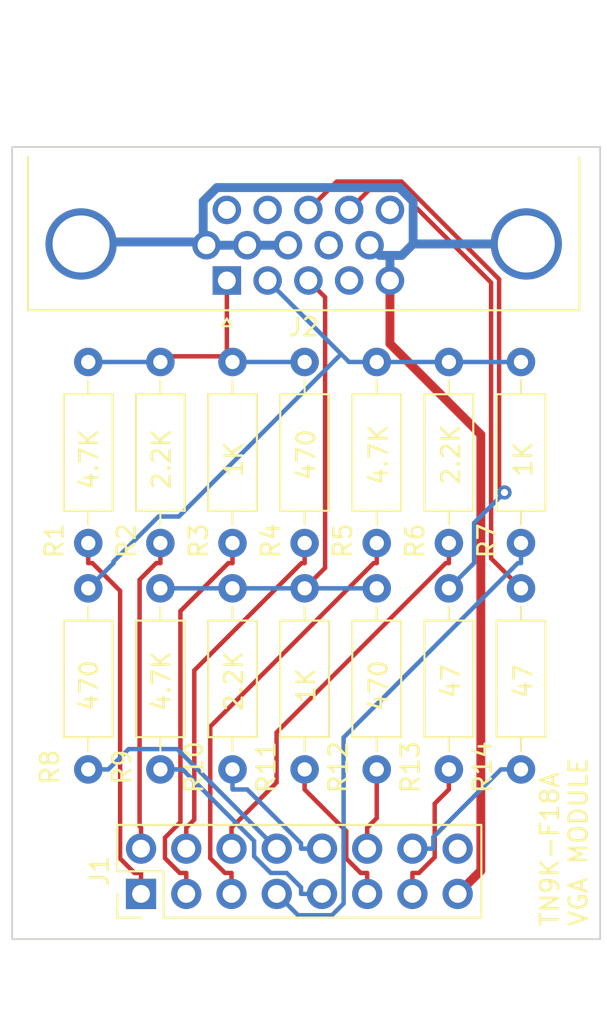
<source format=kicad_pcb>
(kicad_pcb (version 20221018) (generator pcbnew)
  (layers (0 "F.Cu" signal) (31 "B.Cu" signal) (34 "B.Paste" user) (35 "F.Paste" user) (36 "B.SilkS" user "B.Silkscreen") (37 "F.SilkS" user "F.Silkscreen") (38 "B.Mask" user) (39 "F.Mask" user) (44 "Edge.Cuts" user))
  (net 0 "")
  (net 1 "RED")
  (net 2 "GND")
  (net 3 "VS_3V3")
  (net 4 "GREEN")
  (net 5 "BLUE")
  (net 10 "VSYNC")
  (net 11 "HSYNC")
  (net 12 "R2_3V3")
  (net 13 "R3_3V3")
  (net 15 "VCC")
  (net 16 "B0_3V3")
  (net 17 "B1_3V3")
  (net 18 "B2_3V3")
  (net 19 "B3_3V3")
  (net 20 "HS_3V3")
  (net 21 "R0_3V3")
  (net 22 "R1_3V3")
  (net 23 "G0_3V3")
  (net 24 "G1_3V3")
  (net 25 "G2_3V3")
  (net 26 "G3_3V3")
  (footprint "Resistor_THT:R_Axial_DIN0207_L6.3mm_D2.5mm_P10.16mm_Horizontal" (layer "F.Cu") (at 180.975 69.215 -90)
    (fp_text reference "R14" (at 10.033 2.159 90) (layer "F.SilkS"))
    (fp_text value "47")
    (fp_line (start 1.04 0) (end 1.81 0) (stroke (width 0.12)) (layer "F.SilkS"))
    (fp_line (start 1.81 -1.37) (end 1.81 1.37) (stroke (width 0.12)) (layer "F.SilkS"))
    (fp_line (start 1.81 1.37) (end 8.35 1.37) (stroke (width 0.12)) (layer "F.SilkS"))
    (fp_line (start 8.35 -1.37) (end 1.81 -1.37) (stroke (width 0.12)) (layer "F.SilkS"))
    (fp_line (start 8.35 1.37) (end 8.35 -1.37) (stroke (width 0.12)) (layer "F.SilkS"))
    (fp_line (start 9.12 0) (end 8.35 0) (stroke (width 0.12)) (layer "F.SilkS"))
    (pad "1" thru_hole circle (at 0 0 270) (size 1.6 1.6) (drill 0.8) (layers "*.Cu" "*.Mask") (net 10 "VSYNC"))
    (pad "2" thru_hole oval (at 10.16 0 270) (size 1.6 1.6) (drill 0.8) (layers "*.Cu" "*.Mask") (net 3 "VS_3V3"))
  )
  (footprint "Resistor_THT:R_Axial_DIN0207_L6.3mm_D2.5mm_P10.16mm_Horizontal" (layer "F.Cu") (at 156.675 69.215 -90)
    (fp_text reference "R8" (at 10.033 2.159 90) (layer "F.SilkS"))
    (fp_text value "470")
    (fp_line (start 1.04 0) (end 1.81 0) (stroke (width 0.12)) (layer "F.SilkS"))
    (fp_line (start 1.81 -1.37) (end 1.81 1.37) (stroke (width 0.12)) (layer "F.SilkS"))
    (fp_line (start 1.81 1.37) (end 8.35 1.37) (stroke (width 0.12)) (layer "F.SilkS"))
    (fp_line (start 8.35 -1.37) (end 1.81 -1.37) (stroke (width 0.12)) (layer "F.SilkS"))
    (fp_line (start 8.35 1.37) (end 8.35 -1.37) (stroke (width 0.12)) (layer "F.SilkS"))
    (fp_line (start 9.12 0) (end 8.35 0) (stroke (width 0.12)) (layer "F.SilkS"))
    (pad "1" thru_hole circle (at 0 0 270) (size 1.6 1.6) (drill 0.8) (layers "*.Cu" "*.Mask") (net 4 "GREEN"))
    (pad "2" thru_hole oval (at 10.16 0 270) (size 1.6 1.6) (drill 0.8) (layers "*.Cu" "*.Mask") (net 26 "G3_3V3"))
  )
  (footprint "Resistor_THT:R_Axial_DIN0207_L6.3mm_D2.5mm_P10.16mm_Horizontal" (layer "F.Cu") (at 176.925 69.215 -90)
    (fp_text reference "R13" (at 10.033 2.159 90) (layer "F.SilkS"))
    (fp_text value "47")
    (fp_line (start 1.04 0) (end 1.81 0) (stroke (width 0.12)) (layer "F.SilkS"))
    (fp_line (start 1.81 -1.37) (end 1.81 1.37) (stroke (width 0.12)) (layer "F.SilkS"))
    (fp_line (start 1.81 1.37) (end 8.35 1.37) (stroke (width 0.12)) (layer "F.SilkS"))
    (fp_line (start 8.35 -1.37) (end 1.81 -1.37) (stroke (width 0.12)) (layer "F.SilkS"))
    (fp_line (start 8.35 1.37) (end 8.35 -1.37) (stroke (width 0.12)) (layer "F.SilkS"))
    (fp_line (start 9.12 0) (end 8.35 0) (stroke (width 0.12)) (layer "F.SilkS"))
    (pad "1" thru_hole circle (at 0 0 270) (size 1.6 1.6) (drill 0.8) (layers "*.Cu" "*.Mask") (net 11 "HSYNC"))
    (pad "2" thru_hole oval (at 10.16 0 270) (size 1.6 1.6) (drill 0.8) (layers "*.Cu" "*.Mask") (net 20 "HS_3V3"))
  )
  (footprint "Resistor_THT:R_Axial_DIN0207_L6.3mm_D2.5mm_P10.16mm_Horizontal" (layer "F.Cu") (at 156.675 56.515 -90)
    (fp_text reference "R1" (at 10.033 1.905 90) (layer "F.SilkS"))
    (fp_text value "4.7K")
    (fp_line (start 1.04 0) (end 1.81 0) (stroke (width 0.12)) (layer "F.SilkS"))
    (fp_line (start 1.81 -1.37) (end 1.81 1.37) (stroke (width 0.12)) (layer "F.SilkS"))
    (fp_line (start 1.81 1.37) (end 8.35 1.37) (stroke (width 0.12)) (layer "F.SilkS"))
    (fp_line (start 8.35 -1.37) (end 1.81 -1.37) (stroke (width 0.12)) (layer "F.SilkS"))
    (fp_line (start 8.35 1.37) (end 8.35 -1.37) (stroke (width 0.12)) (layer "F.SilkS"))
    (fp_line (start 9.12 0) (end 8.35 0) (stroke (width 0.12)) (layer "F.SilkS"))
    (pad "1" thru_hole circle (at 0 0 270) (size 1.6 1.6) (drill 0.8) (layers "*.Cu" "*.Mask") (net 1 "RED"))
    (pad "2" thru_hole oval (at 10.16 0 270) (size 1.6 1.6) (drill 0.8) (layers "*.Cu" "*.Mask") (net 21 "R0_3V3"))
  )
  (footprint "Connector_Dsub:DSUB-15-HD_Female_Horizontal_P2.29x1.98mm_EdgePinOffset3.03mm_Housed_MountingHolesOffset4.94mm" (layer "F.Cu") (at 164.457 51.943 180)
    (fp_text reference "J2" (at -4.315 -2.61) (layer "F.SilkS"))
    (fp_text value "DE15_Receptacle_HighDensity_MountingHoles")
    (fp_line (start -19.8 -1.67) (end 11.17 -1.67) (stroke (width 0.12)) (layer "F.SilkS"))
    (fp_line (start -19.8 6.93) (end -19.8 -1.67) (stroke (width 0.12)) (layer "F.SilkS"))
    (fp_line (start -0.25 -2.564338) (end 0.25 -2.564338) (stroke (width 0.12)) (layer "F.SilkS"))
    (fp_line (start 0 -2.131325) (end -0.25 -2.564338) (stroke (width 0.12)) (layer "F.SilkS"))
    (fp_line (start 0.25 -2.564338) (end 0 -2.131325) (stroke (width 0.12)) (layer "F.SilkS"))
    (fp_line (start 11.17 -1.67) (end 11.17 6.93) (stroke (width 0.12)) (layer "F.SilkS"))
    (pad "0" thru_hole circle (at -16.815 2.05 180) (size 4 4) (drill 3.2) (layers "*.Cu" "*.Mask") (net 2 "GND"))
    (pad "0" thru_hole circle (at 8.185 2.05 180) (size 4 4) (drill 3.2) (layers "*.Cu" "*.Mask") (net 2 "GND"))
    (pad "1" thru_hole rect (at 0 0 180) (size 1.6 1.6) (drill 1) (layers "*.Cu" "*.Mask") (net 1 "RED"))
    (pad "2" thru_hole circle (at -2.29 0 180) (size 1.6 1.6) (drill 1) (layers "*.Cu" "*.Mask") (net 4 "GREEN"))
    (pad "3" thru_hole circle (at -4.58 0 180) (size 1.6 1.6) (drill 1) (layers "*.Cu" "*.Mask") (net 5 "BLUE"))
    (pad "4" thru_hole circle (at -6.87 0 180) (size 1.6 1.6) (drill 1) (layers "*.Cu" "*.Mask"))
    (pad "5" thru_hole circle (at -9.16 0 180) (size 1.6 1.6) (drill 1) (layers "*.Cu" "*.Mask") (net 2 "GND"))
    (pad "6" thru_hole circle (at 1.145 1.98 180) (size 1.6 1.6) (drill 1) (layers "*.Cu" "*.Mask") (net 2 "GND"))
    (pad "7" thru_hole circle (at -1.145 1.98 180) (size 1.6 1.6) (drill 1) (layers "*.Cu" "*.Mask") (net 2 "GND"))
    (pad "8" thru_hole circle (at -3.435 1.98 180) (size 1.6 1.6) (drill 1) (layers "*.Cu" "*.Mask") (net 2 "GND"))
    (pad "9" thru_hole circle (at -5.725 1.98 180) (size 1.6 1.6) (drill 1) (layers "*.Cu" "*.Mask"))
    (pad "10" thru_hole circle (at -8.015 1.98 180) (size 1.6 1.6) (drill 1) (layers "*.Cu" "*.Mask") (net 2 "GND"))
    (pad "11" thru_hole circle (at 0 3.96 180) (size 1.6 1.6) (drill 1) (layers "*.Cu" "*.Mask"))
    (pad "12" thru_hole circle (at -2.29 3.96 180) (size 1.6 1.6) (drill 1) (layers "*.Cu" "*.Mask"))
    (pad "13" thru_hole circle (at -4.58 3.96 180) (size 1.6 1.6) (drill 1) (layers "*.Cu" "*.Mask") (net 11 "HSYNC"))
    (pad "14" thru_hole circle (at -6.87 3.96 180) (size 1.6 1.6) (drill 1) (layers "*.Cu" "*.Mask") (net 10 "VSYNC"))
    (pad "15" thru_hole circle (at -9.16 3.96 180) (size 1.6 1.6) (drill 1) (layers "*.Cu" "*.Mask"))
  )
  (footprint "Resistor_THT:R_Axial_DIN0207_L6.3mm_D2.5mm_P10.16mm_Horizontal" (layer "F.Cu") (at 168.825 56.515 -90)
    (fp_text reference "R4" (at 10.033 1.905 90) (layer "F.SilkS"))
    (fp_text value "470")
    (fp_line (start 1.04 0) (end 1.81 0) (stroke (width 0.12)) (layer "F.SilkS"))
    (fp_line (start 1.81 -1.37) (end 1.81 1.37) (stroke (width 0.12)) (layer "F.SilkS"))
    (fp_line (start 1.81 1.37) (end 8.35 1.37) (stroke (width 0.12)) (layer "F.SilkS"))
    (fp_line (start 8.35 -1.37) (end 1.81 -1.37) (stroke (width 0.12)) (layer "F.SilkS"))
    (fp_line (start 8.35 1.37) (end 8.35 -1.37) (stroke (width 0.12)) (layer "F.SilkS"))
    (fp_line (start 9.12 0) (end 8.35 0) (stroke (width 0.12)) (layer "F.SilkS"))
    (pad "1" thru_hole circle (at 0 0 270) (size 1.6 1.6) (drill 0.8) (layers "*.Cu" "*.Mask") (net 1 "RED"))
    (pad "2" thru_hole oval (at 10.16 0 270) (size 1.6 1.6) (drill 0.8) (layers "*.Cu" "*.Mask") (net 13 "R3_3V3"))
  )
  (footprint "Resistor_THT:R_Axial_DIN0207_L6.3mm_D2.5mm_P10.16mm_Horizontal" (layer "F.Cu") (at 164.775 69.215 -90)
    (fp_text reference "R10" (at 10.033 2.159 90) (layer "F.SilkS"))
    (fp_text value "2.2K")
    (fp_line (start 1.04 0) (end 1.81 0) (stroke (width 0.12)) (layer "F.SilkS"))
    (fp_line (start 1.81 -1.37) (end 1.81 1.37) (stroke (width 0.12)) (layer "F.SilkS"))
    (fp_line (start 1.81 1.37) (end 8.35 1.37) (stroke (width 0.12)) (layer "F.SilkS"))
    (fp_line (start 8.35 -1.37) (end 1.81 -1.37) (stroke (width 0.12)) (layer "F.SilkS"))
    (fp_line (start 8.35 1.37) (end 8.35 -1.37) (stroke (width 0.12)) (layer "F.SilkS"))
    (fp_line (start 9.12 0) (end 8.35 0) (stroke (width 0.12)) (layer "F.SilkS"))
    (pad "1" thru_hole circle (at 0 0 270) (size 1.6 1.6) (drill 0.8) (layers "*.Cu" "*.Mask") (net 5 "BLUE"))
    (pad "2" thru_hole oval (at 10.16 0 270) (size 1.6 1.6) (drill 0.8) (layers "*.Cu" "*.Mask") (net 17 "B1_3V3"))
  )
  (footprint "Resistor_THT:R_Axial_DIN0207_L6.3mm_D2.5mm_P10.16mm_Horizontal" (layer "F.Cu") (at 180.975 56.515 -90)
    (fp_text reference "R7" (at 10.033 1.905 90) (layer "F.SilkS"))
    (fp_text value "1K")
    (fp_line (start 1.04 0) (end 1.81 0) (stroke (width 0.12)) (layer "F.SilkS"))
    (fp_line (start 1.81 -1.37) (end 1.81 1.37) (stroke (width 0.12)) (layer "F.SilkS"))
    (fp_line (start 1.81 1.37) (end 8.35 1.37) (stroke (width 0.12)) (layer "F.SilkS"))
    (fp_line (start 8.35 -1.37) (end 1.81 -1.37) (stroke (width 0.12)) (layer "F.SilkS"))
    (fp_line (start 8.35 1.37) (end 8.35 -1.37) (stroke (width 0.12)) (layer "F.SilkS"))
    (fp_line (start 9.12 0) (end 8.35 0) (stroke (width 0.12)) (layer "F.SilkS"))
    (pad "1" thru_hole circle (at 0 0 270) (size 1.6 1.6) (drill 0.8) (layers "*.Cu" "*.Mask") (net 4 "GREEN"))
    (pad "2" thru_hole oval (at 10.16 0 270) (size 1.6 1.6) (drill 0.8) (layers "*.Cu" "*.Mask") (net 25 "G2_3V3"))
  )
  (footprint "Resistor_THT:R_Axial_DIN0207_L6.3mm_D2.5mm_P10.16mm_Horizontal" (layer "F.Cu") (at 168.825 69.215 -90)
    (fp_text reference "R11" (at 10.033 2.159 90) (layer "F.SilkS"))
    (fp_text value "1K")
    (fp_line (start 1.04 0) (end 1.81 0) (stroke (width 0.12)) (layer "F.SilkS"))
    (fp_line (start 1.81 -1.37) (end 1.81 1.37) (stroke (width 0.12)) (layer "F.SilkS"))
    (fp_line (start 1.81 1.37) (end 8.35 1.37) (stroke (width 0.12)) (layer "F.SilkS"))
    (fp_line (start 8.35 -1.37) (end 1.81 -1.37) (stroke (width 0.12)) (layer "F.SilkS"))
    (fp_line (start 8.35 1.37) (end 8.35 -1.37) (stroke (width 0.12)) (layer "F.SilkS"))
    (fp_line (start 9.12 0) (end 8.35 0) (stroke (width 0.12)) (layer "F.SilkS"))
    (pad "1" thru_hole circle (at 0 0 270) (size 1.6 1.6) (drill 0.8) (layers "*.Cu" "*.Mask") (net 5 "BLUE"))
    (pad "2" thru_hole oval (at 10.16 0 270) (size 1.6 1.6) (drill 0.8) (layers "*.Cu" "*.Mask") (net 18 "B2_3V3"))
  )
  (footprint "Resistor_THT:R_Axial_DIN0207_L6.3mm_D2.5mm_P10.16mm_Horizontal" (layer "F.Cu") (at 164.775 56.515 -90)
    (fp_text reference "R3" (at 10.033 1.905 90) (layer "F.SilkS"))
    (fp_text value "1K")
    (fp_line (start 1.04 0) (end 1.81 0) (stroke (width 0.12)) (layer "F.SilkS"))
    (fp_line (start 1.81 -1.37) (end 1.81 1.37) (stroke (width 0.12)) (layer "F.SilkS"))
    (fp_line (start 1.81 1.37) (end 8.35 1.37) (stroke (width 0.12)) (layer "F.SilkS"))
    (fp_line (start 8.35 -1.37) (end 1.81 -1.37) (stroke (width 0.12)) (layer "F.SilkS"))
    (fp_line (start 8.35 1.37) (end 8.35 -1.37) (stroke (width 0.12)) (layer "F.SilkS"))
    (fp_line (start 9.12 0) (end 8.35 0) (stroke (width 0.12)) (layer "F.SilkS"))
    (pad "1" thru_hole circle (at 0 0 270) (size 1.6 1.6) (drill 0.8) (layers "*.Cu" "*.Mask") (net 1 "RED"))
    (pad "2" thru_hole oval (at 10.16 0 270) (size 1.6 1.6) (drill 0.8) (layers "*.Cu" "*.Mask") (net 12 "R2_3V3"))
  )
  (footprint "Connector_PinHeader_2.54mm:PinHeader_2x08_P2.54mm_Vertical" (layer "F.Cu") (at 159.639 86.36 90)
    (fp_text reference "J1" (at 1.27 -2.33 90) (layer "F.SilkS"))
    (fp_text value "Conn_02x08_Odd_Even")
    (fp_line (start -1.33 -1.33) (end 0 -1.33) (stroke (width 0.12)) (layer "F.SilkS"))
    (fp_line (start -1.33 0) (end -1.33 -1.33) (stroke (width 0.12)) (layer "F.SilkS"))
    (fp_line (start -1.33 1.27) (end -1.33 19.11) (stroke (width 0.12)) (layer "F.SilkS"))
    (fp_line (start -1.33 1.27) (end 1.27 1.27) (stroke (width 0.12)) (layer "F.SilkS"))
    (fp_line (start -1.33 19.11) (end 3.87 19.11) (stroke (width 0.12)) (layer "F.SilkS"))
    (fp_line (start 1.27 -1.33) (end 3.87 -1.33) (stroke (width 0.12)) (layer "F.SilkS"))
    (fp_line (start 1.27 1.27) (end 1.27 -1.33) (stroke (width 0.12)) (layer "F.SilkS"))
    (fp_line (start 3.87 -1.33) (end 3.87 19.11) (stroke (width 0.12)) (layer "F.SilkS"))
    (pad "1" thru_hole rect (at 0 0 90) (size 1.7 1.7) (drill 1) (layers "*.Cu" "*.Mask") (net 21 "R0_3V3"))
    (pad "2" thru_hole oval (at 2.54 0 90) (size 1.7 1.7) (drill 1) (layers "*.Cu" "*.Mask") (net 22 "R1_3V3"))
    (pad "3" thru_hole oval (at 0 2.54 90) (size 1.7 1.7) (drill 1) (layers "*.Cu" "*.Mask") (net 12 "R2_3V3"))
    (pad "4" thru_hole oval (at 2.54 2.54 90) (size 1.7 1.7) (drill 1) (layers "*.Cu" "*.Mask") (net 13 "R3_3V3"))
    (pad "5" thru_hole oval (at 0 5.08 90) (size 1.7 1.7) (drill 1) (layers "*.Cu" "*.Mask") (net 23 "G0_3V3"))
    (pad "6" thru_hole oval (at 2.54 5.08 90) (size 1.7 1.7) (drill 1) (layers "*.Cu" "*.Mask") (net 24 "G1_3V3"))
    (pad "7" thru_hole oval (at 0 7.62 90) (size 1.7 1.7) (drill 1) (layers "*.Cu" "*.Mask") (net 25 "G2_3V3"))
    (pad "8" thru_hole oval (at 2.54 7.62 90) (size 1.7 1.7) (drill 1) (layers "*.Cu" "*.Mask") (net 26 "G3_3V3"))
    (pad "9" thru_hole oval (at 0 10.16 90) (size 1.7 1.7) (drill 1) (layers "*.Cu" "*.Mask") (net 16 "B0_3V3"))
    (pad "10" thru_hole oval (at 2.54 10.16 90) (size 1.7 1.7) (drill 1) (layers "*.Cu" "*.Mask") (net 17 "B1_3V3"))
    (pad "11" thru_hole oval (at 0 12.7 90) (size 1.7 1.7) (drill 1) (layers "*.Cu" "*.Mask") (net 18 "B2_3V3"))
    (pad "12" thru_hole oval (at 2.54 12.7 90) (size 1.7 1.7) (drill 1) (layers "*.Cu" "*.Mask") (net 19 "B3_3V3"))
    (pad "13" thru_hole oval (at 0 15.24 90) (size 1.7 1.7) (drill 1) (layers "*.Cu" "*.Mask") (net 20 "HS_3V3"))
    (pad "14" thru_hole oval (at 2.54 15.24 90) (size 1.7 1.7) (drill 1) (layers "*.Cu" "*.Mask") (net 3 "VS_3V3"))
    (pad "15" thru_hole oval (at 0 17.78 90) (size 1.7 1.7) (drill 1) (layers "*.Cu" "*.Mask") (net 2 "GND"))
    (pad "16" thru_hole oval (at 2.54 17.78 90) (size 1.7 1.7) (drill 1) (layers "*.Cu" "*.Mask") (net 15 "VCC"))
  )
  (footprint "Resistor_THT:R_Axial_DIN0207_L6.3mm_D2.5mm_P10.16mm_Horizontal" (layer "F.Cu") (at 160.725 69.215 -90)
    (fp_text reference "R9" (at 10.033 2.159 90) (layer "F.SilkS"))
    (fp_text value "4.7K")
    (fp_line (start 1.04 0) (end 1.81 0) (stroke (width 0.12)) (layer "F.SilkS"))
    (fp_line (start 1.81 -1.37) (end 1.81 1.37) (stroke (width 0.12)) (layer "F.SilkS"))
    (fp_line (start 1.81 1.37) (end 8.35 1.37) (stroke (width 0.12)) (layer "F.SilkS"))
    (fp_line (start 8.35 -1.37) (end 1.81 -1.37) (stroke (width 0.12)) (layer "F.SilkS"))
    (fp_line (start 8.35 1.37) (end 8.35 -1.37) (stroke (width 0.12)) (layer "F.SilkS"))
    (fp_line (start 9.12 0) (end 8.35 0) (stroke (width 0.12)) (layer "F.SilkS"))
    (pad "1" thru_hole circle (at 0 0 270) (size 1.6 1.6) (drill 0.8) (layers "*.Cu" "*.Mask") (net 5 "BLUE"))
    (pad "2" thru_hole oval (at 10.16 0 270) (size 1.6 1.6) (drill 0.8) (layers "*.Cu" "*.Mask") (net 16 "B0_3V3"))
  )
  (footprint "Resistor_THT:R_Axial_DIN0207_L6.3mm_D2.5mm_P10.16mm_Horizontal" (layer "F.Cu") (at 172.875 56.515 -90)
    (fp_text reference "R5" (at 10.033 1.905 90) (layer "F.SilkS"))
    (fp_text value "4.7K")
    (fp_line (start 1.04 0) (end 1.81 0) (stroke (width 0.12)) (layer "F.SilkS"))
    (fp_line (start 1.81 -1.37) (end 1.81 1.37) (stroke (width 0.12)) (layer "F.SilkS"))
    (fp_line (start 1.81 1.37) (end 8.35 1.37) (stroke (width 0.12)) (layer "F.SilkS"))
    (fp_line (start 8.35 -1.37) (end 1.81 -1.37) (stroke (width 0.12)) (layer "F.SilkS"))
    (fp_line (start 8.35 1.37) (end 8.35 -1.37) (stroke (width 0.12)) (layer "F.SilkS"))
    (fp_line (start 9.12 0) (end 8.35 0) (stroke (width 0.12)) (layer "F.SilkS"))
    (pad "1" thru_hole circle (at 0 0 270) (size 1.6 1.6) (drill 0.8) (layers "*.Cu" "*.Mask") (net 4 "GREEN"))
    (pad "2" thru_hole oval (at 10.16 0 270) (size 1.6 1.6) (drill 0.8) (layers "*.Cu" "*.Mask") (net 23 "G0_3V3"))
  )
  (footprint "Resistor_THT:R_Axial_DIN0207_L6.3mm_D2.5mm_P10.16mm_Horizontal" (layer "F.Cu") (at 176.925 56.515 -90)
    (fp_text reference "R6" (at 10.033 1.905 90) (layer "F.SilkS"))
    (fp_text value "2.2K")
    (fp_line (start 1.04 0) (end 1.81 0) (stroke (width 0.12)) (layer "F.SilkS"))
    (fp_line (start 1.81 -1.37) (end 1.81 1.37) (stroke (width 0.12)) (layer "F.SilkS"))
    (fp_line (start 1.81 1.37) (end 8.35 1.37) (stroke (width 0.12)) (layer "F.SilkS"))
    (fp_line (start 8.35 -1.37) (end 1.81 -1.37) (stroke (width 0.12)) (layer "F.SilkS"))
    (fp_line (start 8.35 1.37) (end 8.35 -1.37) (stroke (width 0.12)) (layer "F.SilkS"))
    (fp_line (start 9.12 0) (end 8.35 0) (stroke (width 0.12)) (layer "F.SilkS"))
    (pad "1" thru_hole circle (at 0 0 270) (size 1.6 1.6) (drill 0.8) (layers "*.Cu" "*.Mask") (net 4 "GREEN"))
    (pad "2" thru_hole oval (at 10.16 0 270) (size 1.6 1.6) (drill 0.8) (layers "*.Cu" "*.Mask") (net 24 "G1_3V3"))
  )
  (footprint "Resistor_THT:R_Axial_DIN0207_L6.3mm_D2.5mm_P10.16mm_Horizontal" (layer "F.Cu") (at 160.725 56.515 -90)
    (fp_text reference "R2" (at 10.033 1.905 90) (layer "F.SilkS"))
    (fp_text value "2.2K")
    (fp_line (start 1.04 0) (end 1.81 0) (stroke (width 0.12)) (layer "F.SilkS"))
    (fp_line (start 1.81 -1.37) (end 1.81 1.37) (stroke (width 0.12)) (layer "F.SilkS"))
    (fp_line (start 1.81 1.37) (end 8.35 1.37) (stroke (width 0.12)) (layer "F.SilkS"))
    (fp_line (start 8.35 -1.37) (end 1.81 -1.37) (stroke (width 0.12)) (layer "F.SilkS"))
    (fp_line (start 8.35 1.37) (end 8.35 -1.37) (stroke (width 0.12)) (layer "F.SilkS"))
    (fp_line (start 9.12 0) (end 8.35 0) (stroke (width 0.12)) (layer "F.SilkS"))
    (pad "1" thru_hole circle (at 0 0 270) (size 1.6 1.6) (drill 0.8) (layers "*.Cu" "*.Mask") (net 1 "RED"))
    (pad "2" thru_hole oval (at 10.16 0 270) (size 1.6 1.6) (drill 0.8) (layers "*.Cu" "*.Mask") (net 22 "R1_3V3"))
  )
  (footprint "Resistor_THT:R_Axial_DIN0207_L6.3mm_D2.5mm_P10.16mm_Horizontal" (layer "F.Cu") (at 172.875 69.215 -90)
    (fp_text reference "R12" (at 10.033 2.159 90) (layer "F.SilkS"))
    (fp_text value "470")
    (fp_line (start 1.04 0) (end 1.81 0) (stroke (width 0.12)) (layer "F.SilkS"))
    (fp_line (start 1.81 -1.37) (end 1.81 1.37) (stroke (width 0.12)) (layer "F.SilkS"))
    (fp_line (start 1.81 1.37) (end 8.35 1.37) (stroke (width 0.12)) (layer "F.SilkS"))
    (fp_line (start 8.35 -1.37) (end 1.81 -1.37) (stroke (width 0.12)) (layer "F.SilkS"))
    (fp_line (start 8.35 1.37) (end 8.35 -1.37) (stroke (width 0.12)) (layer "F.SilkS"))
    (fp_line (start 9.12 0) (end 8.35 0) (stroke (width 0.12)) (layer "F.SilkS"))
    (pad "1" thru_hole circle (at 0 0 270) (size 1.6 1.6) (drill 0.8) (layers "*.Cu" "*.Mask") (net 5 "BLUE"))
    (pad "2" thru_hole oval (at 10.16 0 270) (size 1.6 1.6) (drill 0.8) (layers "*.Cu" "*.Mask") (net 19 "B3_3V3"))
  )
  (gr_line (start 152.4 88.9) (end 152.4 44.45) (stroke (width 0.1)) (layer "Edge.Cuts"))
  (gr_line (start 152.4 44.45) (end 185.42 44.45) (stroke (width 0.1)) (layer "Edge.Cuts"))
  (gr_line (start 185.42 88.9) (end 152.4 88.9) (stroke (width 0.1)) (layer "Edge.Cuts"))
  (gr_line (start 185.42 44.45) (end 185.42 88.9) (stroke (width 0.1)) (layer "Edge.Cuts"))
  (gr_text "4.7K" (at 156.718 61.976 90) (layer "F.SilkS") (effects (font (size 1 1))))
  (gr_text "1K" (at 164.846 61.976 90) (layer "F.SilkS") (effects (font (size 1 1))))
  (gr_text "470" (at 156.718 74.676 90) (layer "F.SilkS") (effects (font (size 1 1))))
  (gr_text "47" (at 181.102 74.422 90) (layer "F.SilkS") (effects (font (size 1 1))))
  (gr_text "1K" (at 181.102 61.976 90) (layer "F.SilkS") (effects (font (size 1 1))))
  (gr_text "47" (at 177.038 74.422 90) (layer "F.SilkS") (effects (font (size 1 1))))
  (gr_text "470" (at 172.974 74.676 90) (layer "F.SilkS") (effects (font (size 1 1))))
  (gr_text "TN9K-F18A\nVGA MODULE" (at 184.785 88.265 90) (layer "F.SilkS") (effects (font (size 1 1)) (justify left bottom)))
  (gr_text "1K" (at 168.91 74.676 90) (layer "F.SilkS") (effects (font (size 1 1))))
  (gr_text "470" (at 168.91 61.722 90) (layer "F.SilkS") (effects (font (size 1 1))))
  (gr_text "2.2K" (at 164.846 74.422 90) (layer "F.SilkS") (effects (font (size 1 1))))
  (gr_text "4.7K" (at 160.782 74.422 90) (layer "F.SilkS") (effects (font (size 1 1))))
  (gr_text "2.2K" (at 160.782 61.976 90) (layer "F.SilkS") (effects (font (size 1 1))))
  (gr_text "4.7K" (at 172.974 61.722 90) (layer "F.SilkS") (effects (font (size 1 1))))
  (gr_text "2.2K" (at 177.038 61.722 90) (layer "F.SilkS") (effects (font (size 1 1))))
  (segment (start 161.043 56.197) (end 160.725 56.515) (width 0.25) (layer "F.Cu") (net 1))
  (segment (start 164.457 51.943) (end 164.457 56.197) (width 0.25) (layer "F.Cu") (net 1))
  (segment (start 164.457 56.197) (end 161.043 56.197) (width 0.25) (layer "F.Cu") (net 1))
  (segment (start 164.457 56.197) (end 164.775 56.515) (width 0.25) (layer "F.Cu") (net 1))
  (segment (start 156.675 56.515) (end 160.725 56.515) (width 0.25) (layer "B.Cu") (net 1))
  (segment (start 164.775 56.515) (end 168.825 56.515) (width 0.25) (layer "B.Cu") (net 1))
  (segment (start 178.7216 60.5935) (end 173.617 55.4889) (width 0.5) (layer "F.Cu") (net 2))
  (segment (start 173.617 55.4889) (end 173.617 51.943) (width 0.5) (layer "F.Cu") (net 2))
  (segment (start 177.419 86.36) (end 178.7216 85.0574) (width 0.5) (layer "F.Cu") (net 2))
  (segment (start 178.7216 85.0574) (end 178.7216 60.5935) (width 0.5) (layer "F.Cu") (net 2))
  (segment (start 172.472 49.963) (end 173.0445 50.5355) (width 0.5) (layer "B.Cu") (net 2))
  (segment (start 173.617 50.5355) (end 174.2755 50.5355) (width 0.5) (layer "B.Cu") (net 2))
  (segment (start 174.1489 46.7298) (end 163.8988 46.7298) (width 0.5) (layer "B.Cu") (net 2))
  (segment (start 174.918 49.893) (end 174.918 47.4989) (width 0.5) (layer "B.Cu") (net 2))
  (segment (start 165.602 49.963) (end 163.312 49.963) (width 0.5) (layer "B.Cu") (net 2))
  (segment (start 181.272 49.893) (end 174.918 49.893) (width 0.5) (layer "B.Cu") (net 2))
  (segment (start 167.892 49.963) (end 165.602 49.963) (width 0.5) (layer "B.Cu") (net 2))
  (segment (start 174.2755 50.5355) (end 174.918 49.893) (width 0.5) (layer "B.Cu") (net 2))
  (segment (start 163.1295 47.4991) (end 163.1295 49.7805) (width 0.5) (layer "B.Cu") (net 2))
  (segment (start 163.1295 49.7805) (end 163.312 49.963) (width 0.5) (layer "B.Cu") (net 2))
  (segment (start 163.8988 46.7298) (end 163.1295 47.4991) (width 0.5) (layer "B.Cu") (net 2))
  (segment (start 156.3845 49.7805) (end 156.272 49.893) (width 0.5) (layer "B.Cu") (net 2))
  (segment (start 163.1295 49.7805) (end 156.3845 49.7805) (width 0.5) (layer "B.Cu") (net 2))
  (segment (start 174.918 47.4989) (end 174.1489 46.7298) (width 0.5) (layer "B.Cu") (net 2))
  (segment (start 173.617 51.943) (end 173.617 50.5355) (width 0.5) (layer "B.Cu") (net 2))
  (segment (start 173.0445 50.5355) (end 173.617 50.5355) (width 0.5) (layer "B.Cu") (net 2))
  (segment (start 180.975 79.375) (end 179.8499 79.375) (width 0.25) (layer "B.Cu") (net 3))
  (segment (start 176.0541 83.1708) (end 179.8499 79.375) (width 0.25) (layer "B.Cu") (net 3))
  (segment (start 176.0541 83.82) (end 176.0541 83.1708) (width 0.25) (layer "B.Cu") (net 3))
  (segment (start 174.879 83.82) (end 176.0541 83.82) (width 0.25) (layer "B.Cu") (net 3))
  (segment (start 158.0899 67.8002) (end 158.0898 67.8002) (width 0.25) (layer "B.Cu") (net 4))
  (segment (start 158.0899 67.7155) (end 158.0899 67.8002) (width 0.25) (layer "B.Cu") (net 4))
  (segment (start 172.875 56.515) (end 176.925 56.515) (width 0.25) (layer "B.Cu") (net 4))
  (segment (start 160.6214 65.184) (end 158.0899 67.7155) (width 0.25) (layer "B.Cu") (net 4))
  (segment (start 166.747 51.943) (end 170.8753 56.0712) (width 0.25) (layer "B.Cu") (net 4))
  (segment (start 170.8753 56.0712) (end 171.319 56.515) (width 0.25) (layer "B.Cu") (net 4))
  (segment (start 171.319 56.515) (end 172.875 56.515) (width 0.25) (layer "B.Cu") (net 4))
  (segment (start 170.8753 56.0712) (end 161.7625 65.184) (width 0.25) (layer "B.Cu") (net 4))
  (segment (start 161.7625 65.184) (end 160.6214 65.184) (width 0.25) (layer "B.Cu") (net 4))
  (segment (start 158.0898 67.8002) (end 156.675 69.215) (width 0.25) (layer "B.Cu") (net 4))
  (segment (start 176.925 56.515) (end 180.975 56.515) (width 0.25) (layer "B.Cu") (net 4))
  (segment (start 169.9766 52.8826) (end 169.9766 68.0634) (width 0.25) (layer "F.Cu") (net 5))
  (segment (start 169.9766 68.0634) (end 168.825 69.215) (width 0.25) (layer "F.Cu") (net 5))
  (segment (start 169.037 51.943) (end 169.9766 52.8826) (width 0.25) (layer "F.Cu") (net 5))
  (segment (start 168.825 69.215) (end 172.875 69.215) (width 0.25) (layer "B.Cu") (net 5))
  (segment (start 164.775 69.215) (end 168.825 69.215) (width 0.25) (layer "B.Cu") (net 5))
  (segment (start 160.725 69.215) (end 164.775 69.215) (width 0.25) (layer "B.Cu") (net 5))
  (segment (start 174.0914 46.8565) (end 179.2968 52.0619) (width 0.25) (layer "F.Cu") (net 10))
  (segment (start 179.2968 52.0619) (end 179.2968 67.5368) (width 0.25) (layer "F.Cu") (net 10))
  (segment (start 171.327 47.983) (end 172.4535 46.8565) (width 0.25) (layer "F.Cu") (net 10))
  (segment (start 172.4535 46.8565) (end 174.0914 46.8565) (width 0.25) (layer "F.Cu") (net 10))
  (segment (start 179.2968 67.5368) (end 180.975 69.215) (width 0.25) (layer "F.Cu") (net 10))
  (segment (start 179.747 51.8754) (end 179.747 63.5356) (width 0.25) (layer "F.Cu") (net 11))
  (segment (start 169.037 47.983) (end 170.6286 46.3914) (width 0.25) (layer "F.Cu") (net 11))
  (segment (start 170.6286 46.3914) (end 174.263 46.3914) (width 0.25) (layer "F.Cu") (net 11))
  (segment (start 179.747 63.5356) (end 180.0491 63.8377) (width 0.25) (layer "F.Cu") (net 11))
  (segment (start 174.263 46.3914) (end 179.747 51.8754) (width 0.25) (layer "F.Cu") (net 11))
  (via (at 180.0491 63.8377) (size 0.8) (drill 0.4) (layers "F.Cu" "B.Cu") (net 11))
  (segment (start 178.3398 65.547) (end 180.0491 63.8377) (width 0.25) (layer "B.Cu") (net 11))
  (segment (start 176.925 69.215) (end 178.3398 67.8002) (width 0.25) (layer "B.Cu") (net 11))
  (segment (start 178.3398 67.8002) (end 178.3398 65.547) (width 0.25) (layer "B.Cu") (net 11))
  (segment (start 161.8502 82.337) (end 161.8502 70.4917) (width 0.25) (layer "F.Cu") (net 12))
  (segment (start 160.9816 83.2056) (end 161.8502 82.337) (width 0.25) (layer "F.Cu") (net 12))
  (segment (start 160.9816 84.3547) (end 160.9816 83.2056) (width 0.25) (layer "F.Cu") (net 12))
  (segment (start 164.775 66.675) (end 164.775 67.8001) (width 0.25) (layer "F.Cu") (net 12))
  (segment (start 161.8118 85.1849) (end 160.9816 84.3547) (width 0.25) (layer "F.Cu") (net 12))
  (segment (start 164.5418 67.8001) (end 164.775 67.8001) (width 0.25) (layer "F.Cu") (net 12))
  (segment (start 161.8502 70.4917) (end 164.5418 67.8001) (width 0.25) (layer "F.Cu") (net 12))
  (segment (start 162.179 86.36) (end 162.179 85.1849) (width 0.25) (layer "F.Cu") (net 12))
  (segment (start 162.179 85.1849) (end 161.8118 85.1849) (width 0.25) (layer "F.Cu") (net 12))
  (segment (start 168.6487 67.8001) (end 168.825 67.8001) (width 0.25) (layer "F.Cu") (net 13))
  (segment (start 162.179 83.82) (end 162.179 82.6449) (width 0.25) (layer "F.Cu") (net 13))
  (segment (start 162.6291 82.1948) (end 162.6291 73.8197) (width 0.25) (layer "F.Cu") (net 13))
  (segment (start 162.179 82.6449) (end 162.6291 82.1948) (width 0.25) (layer "F.Cu") (net 13))
  (segment (start 168.825 66.675) (end 168.825 67.8001) (width 0.25) (layer "F.Cu") (net 13))
  (segment (start 162.6291 73.8197) (end 168.6487 67.8001) (width 0.25) (layer "F.Cu") (net 13))
  (segment (start 168.6239 86.36) (end 168.6239 85.9927) (width 0.25) (layer "B.Cu") (net 16))
  (segment (start 166.923 85.1849) (end 165.989 84.2509) (width 0.25) (layer "B.Cu") (net 16))
  (segment (start 165.989 83.3959) (end 161.9681 79.375) (width 0.25) (layer "B.Cu") (net 16))
  (segment (start 165.989 84.2509) (end 165.989 83.3959) (width 0.25) (layer "B.Cu") (net 16))
  (segment (start 167.8161 85.1849) (end 166.923 85.1849) (width 0.25) (layer "B.Cu") (net 16))
  (segment (start 161.9681 79.375) (end 160.725 79.375) (width 0.25) (layer "B.Cu") (net 16))
  (segment (start 168.6239 85.9927) (end 167.8161 85.1849) (width 0.25) (layer "B.Cu") (net 16))
  (segment (start 169.799 86.36) (end 168.6239 86.36) (width 0.25) (layer "B.Cu") (net 16))
  (segment (start 165.602 80.5001) (end 164.775 80.5001) (width 0.25) (layer "B.Cu") (net 17))
  (segment (start 164.775 79.375) (end 164.775 80.5001) (width 0.25) (layer "B.Cu") (net 17))
  (segment (start 168.6239 83.522) (end 165.602 80.5001) (width 0.25) (layer "B.Cu") (net 17))
  (segment (start 169.799 83.82) (end 168.6239 83.82) (width 0.25) (layer "B.Cu") (net 17))
  (segment (start 168.6239 83.82) (end 168.6239 83.522) (width 0.25) (layer "B.Cu") (net 17))
  (segment (start 172.339 86.36) (end 172.339 85.1849) (width 0.25) (layer "F.Cu") (net 18))
  (segment (start 172.339 85.1849) (end 171.9717 85.1849) (width 0.25) (layer "F.Cu") (net 18))
  (segment (start 171.9717 85.1849) (end 171.1639 84.3771) (width 0.25) (layer "F.Cu") (net 18))
  (segment (start 171.1639 84.3771) (end 171.1639 82.839) (width 0.25) (layer "F.Cu") (net 18))
  (segment (start 168.825 79.375) (end 168.825 80.5001) (width 0.25) (layer "F.Cu") (net 18))
  (segment (start 171.1639 82.839) (end 168.825 80.5001) (width 0.25) (layer "F.Cu") (net 18))
  (segment (start 172.875 82.1089) (end 172.875 79.375) (width 0.25) (layer "F.Cu") (net 19))
  (segment (start 172.339 82.6449) (end 172.875 82.1089) (width 0.25) (layer "F.Cu") (net 19))
  (segment (start 172.339 83.82) (end 172.339 82.6449) (width 0.25) (layer "F.Cu") (net 19))
  (segment (start 175.2463 85.1849) (end 176.1294 84.3018) (width 0.25) (layer "F.Cu") (net 20))
  (segment (start 174.879 85.1849) (end 175.2463 85.1849) (width 0.25) (layer "F.Cu") (net 20))
  (segment (start 176.925 79.375) (end 176.925 80.5001) (width 0.25) (layer "F.Cu") (net 20))
  (segment (start 176.1294 81.2957) (end 176.925 80.5001) (width 0.25) (layer "F.Cu") (net 20))
  (segment (start 176.1294 84.3018) (end 176.1294 81.2957) (width 0.25) (layer "F.Cu") (net 20))
  (segment (start 174.879 86.36) (end 174.879 85.1849) (width 0.25) (layer "F.Cu") (net 20))
  (segment (start 158.4639 84.3771) (end 158.4639 69.3559) (width 0.25) (layer "F.Cu") (net 21))
  (segment (start 158.4639 69.3559) (end 156.9081 67.8001) (width 0.25) (layer "F.Cu") (net 21))
  (segment (start 156.9081 67.8001) (end 156.675 67.8001) (width 0.25) (layer "F.Cu") (net 21))
  (segment (start 159.639 85.1849) (end 159.2717 85.1849) (width 0.25) (layer "F.Cu") (net 21))
  (segment (start 156.675 66.675) (end 156.675 67.8001) (width 0.25) (layer "F.Cu") (net 21))
  (segment (start 159.2717 85.1849) (end 158.4639 84.3771) (width 0.25) (layer "F.Cu") (net 21))
  (segment (start 159.639 86.36) (end 159.639 85.1849) (width 0.25) (layer "F.Cu") (net 21))
  (segment (start 159.5568 82.5627) (end 159.5568 68.7351) (width 0.25) (layer "F.Cu") (net 22))
  (segment (start 160.725 66.675) (end 160.725 67.8001) (width 0.25) (layer "F.Cu") (net 22))
  (segment (start 160.4918 67.8001) (end 160.725 67.8001) (width 0.25) (layer "F.Cu") (net 22))
  (segment (start 159.5568 68.7351) (end 160.4918 67.8001) (width 0.25) (layer "F.Cu") (net 22))
  (segment (start 159.639 82.6449) (end 159.5568 82.5627) (width 0.25) (layer "F.Cu") (net 22))
  (segment (start 159.639 83.82) (end 159.639 82.6449) (width 0.25) (layer "F.Cu") (net 22))
  (segment (start 172.6987 67.8001) (end 172.875 67.8001) (width 0.25) (layer "F.Cu") (net 23))
  (segment (start 164.3518 85.1849) (end 163.5248 84.3579) (width 0.25) (layer "F.Cu") (net 23))
  (segment (start 172.875 66.675) (end 172.875 67.8001) (width 0.25) (layer "F.Cu") (net 23))
  (segment (start 164.719 85.1849) (end 164.3518 85.1849) (width 0.25) (layer "F.Cu") (net 23))
  (segment (start 163.5248 76.974) (end 172.6987 67.8001) (width 0.25) (layer "F.Cu") (net 23))
  (segment (start 164.719 86.36) (end 164.719 85.1849) (width 0.25) (layer "F.Cu") (net 23))
  (segment (start 163.5248 84.3579) (end 163.5248 76.974) (width 0.25) (layer "F.Cu") (net 23))
  (segment (start 164.719 82.6449) (end 167.2501 80.1138) (width 0.25) (layer "F.Cu") (net 24))
  (segment (start 167.2501 77.2987) (end 176.7487 67.8001) (width 0.25) (layer "F.Cu") (net 24))
  (segment (start 164.719 83.82) (end 164.719 82.6449) (width 0.25) (layer "F.Cu") (net 24))
  (segment (start 176.7487 67.8001) (end 176.925 67.8001) (width 0.25) (layer "F.Cu") (net 24))
  (segment (start 176.925 66.675) (end 176.925 67.8001) (width 0.25) (layer "F.Cu") (net 24))
  (segment (start 167.2501 80.1138) (end 167.2501 77.2987) (width 0.25) (layer "F.Cu") (net 24))
  (segment (start 171.0141 77.5847) (end 180.7987 67.8001) (width 0.25) (layer "B.Cu") (net 25))
  (segment (start 168.4582 87.5592) (end 170.357 87.5592) (width 0.25) (layer "B.Cu") (net 25))
  (segment (start 170.357 87.5592) (end 171.0141 86.9021) (width 0.25) (layer "B.Cu") (net 25))
  (segment (start 167.259 86.36) (end 168.4582 87.5592) (width 0.25) (layer "B.Cu") (net 25))
  (segment (start 180.7987 67.8001) (end 180.975 67.8001) (width 0.25) (layer "B.Cu") (net 25))
  (segment (start 180.975 66.675) (end 180.975 67.8001) (width 0.25) (layer "B.Cu") (net 25))
  (segment (start 171.0141 86.9021) (end 171.0141 77.5847) (width 0.25) (layer "B.Cu") (net 25))
  (segment (start 167.259 83.82) (end 161.675 78.236) (width 0.25) (layer "B.Cu") (net 26))
  (segment (start 161.675 78.236) (end 158.9391 78.236) (width 0.25) (layer "B.Cu") (net 26))
  (segment (start 156.675 79.375) (end 157.8001 79.375) (width 0.25) (layer "B.Cu") (net 26))
  (segment (start 158.9391 78.236) (end 157.8001 79.375) (width 0.25) (layer "B.Cu") (net 26))
)
</source>
